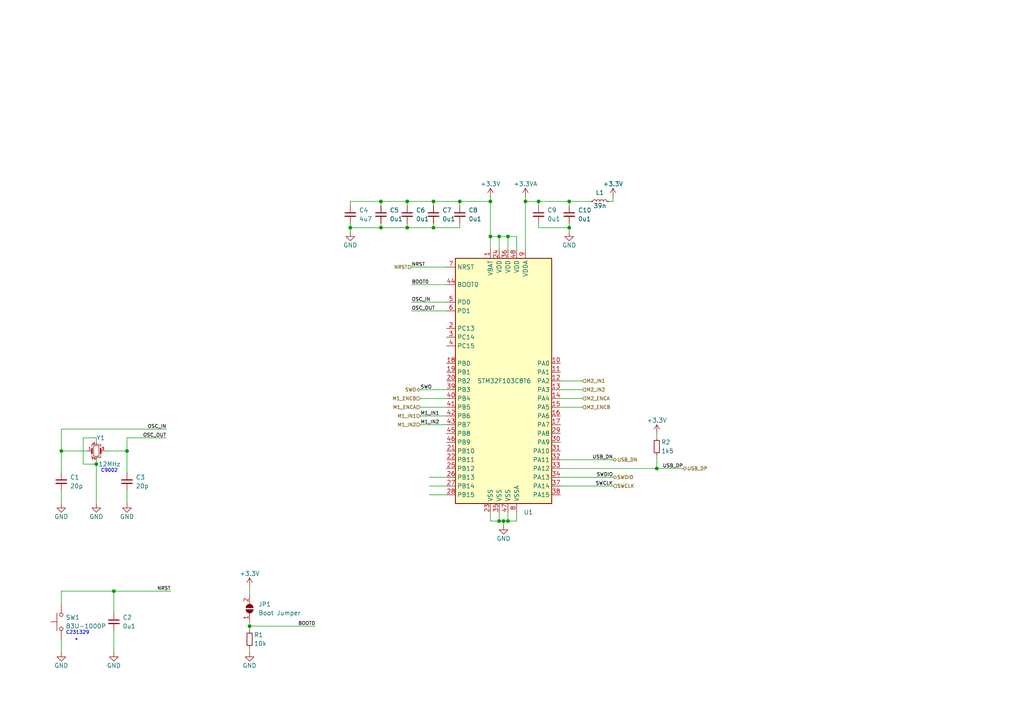
<source format=kicad_sch>
(kicad_sch (version 20211123) (generator eeschema)
  (paper "A4")
  (lib_symbols
    (symbol "Device:C_Small" (pin_numbers hide) (pin_names (offset 0.254) hide)
      (property "Reference" "C" (at 0.254 1.778 0))
      (property "Value" "C_Small" (at 0.254 -2.032 0))
      (symbol "C_Small_0_1"
        (polyline (pts (xy -1.524 -0.508) (xy 1.524 -0.508)) (stroke (width 0.3302)))
        (polyline (pts (xy -1.524 0.508) (xy 1.524 0.508)) (stroke (width 0.3048)))
      )
      (symbol "C_Small_1_1"
        (pin passive line (at 0 2.54 270) (length 2.032) (name "~") (number "1"))
        (pin passive line (at 0 -2.54 90) (length 2.032) (name "~") (number "2"))
      )
    )
    (symbol "Device:Crystal_GND24_Small" (pin_names (offset 1.016) hide)
      (property "Reference" "Y" (at 1.27 4.445 0))
      (property "Value" "Crystal_GND24_Small" (at 1.27 2.54 0))
      (symbol "Crystal_GND24_Small_0_1"
        (rectangle (start -0.762 -1.524) (end 0.762 1.524))
        (polyline (pts (xy -1.27 -0.762) (xy -1.27 0.762)) (stroke (width 0.381)))
        (polyline (pts (xy 1.27 -0.762) (xy 1.27 0.762)) (stroke (width 0.381)))
        (polyline (pts (xy -1.27 -1.27) (xy -1.27 -1.905) (xy 1.27 -1.905) (xy 1.27 -1.27)))
        (polyline (pts (xy -1.27 1.27) (xy -1.27 1.905) (xy 1.27 1.905) (xy 1.27 1.27)))
      )
      (symbol "Crystal_GND24_Small_1_1"
        (pin passive line (at -2.54 0 0) (length 1.27) (name "1") (number "1"))
        (pin passive line (at 0 -2.54 90) (length 0.635) (name "2") (number "2"))
        (pin passive line (at 2.54 0 180) (length 1.27) (name "3") (number "3"))
        (pin passive line (at 0 2.54 270) (length 0.635) (name "4") (number "4"))
      )
    )
    (symbol "Device:L_Small" (pin_numbers hide) (pin_names (offset 0.254) hide)
      (property "Reference" "L" (at 0.762 1.016 0))
      (property "Value" "L_Small" (at 0.762 -1.016 0))
      (symbol "L_Small_0_1"
        (arc (start 0 -2.032) (mid 0.508 -1.524) (end 0 -1.016))
        (arc (start 0 -1.016) (mid 0.508 -0.508) (end 0 0))
        (arc (start 0 0) (mid 0.508 0.508) (end 0 1.016))
        (arc (start 0 1.016) (mid 0.508 1.524) (end 0 2.032))
      )
      (symbol "L_Small_1_1"
        (pin passive line (at 0 2.54 270) (length 0.508) (name "~") (number "1"))
        (pin passive line (at 0 -2.54 90) (length 0.508) (name "~") (number "2"))
      )
    )
    (symbol "Device:R_Small" (pin_numbers hide) (pin_names (offset 0.254) hide)
      (property "Reference" "R" (at 0.762 0.508 0))
      (property "Value" "R_Small" (at 0.762 -1.016 0))
      (symbol "R_Small_0_1"
        (rectangle (start -0.762 1.778) (end 0.762 -1.778) (stroke (width 0.2032)))
      )
      (symbol "R_Small_1_1"
        (pin passive line (at 0 2.54 270) (length 0.762) (name "~") (number "1"))
        (pin passive line (at 0 -2.54 90) (length 0.762) (name "~") (number "2"))
      )
    )
    (symbol "Jumper:SolderJumper_2_Open" (pin_names (offset 0) hide)
      (property "Reference" "JP" (at 0 2.032 0))
      (property "Value" "SolderJumper_2_Open" (at 0 -2.54 0))
      (symbol "SolderJumper_2_Open_0_1"
        (arc (start -0.254 1.016) (mid -1.27 0) (end -0.254 -1.016))
        (arc (start -0.254 1.016) (mid -1.27 0) (end -0.254 -1.016) (fill (type outline)))
        (polyline (pts (xy -0.254 1.016) (xy -0.254 -1.016)))
        (polyline (pts (xy 0.254 1.016) (xy 0.254 -1.016)))
        (arc (start 0.254 -1.016) (mid 1.27 0) (end 0.254 1.016))
        (arc (start 0.254 -1.016) (mid 1.27 0) (end 0.254 1.016) (fill (type outline)))
      )
      (symbol "SolderJumper_2_Open_1_1"
        (pin passive line (at -3.81 0 0) (length 2.54) (name "A") (number "1"))
        (pin passive line (at 3.81 0 180) (length 2.54) (name "B") (number "2"))
      )
    )
    (symbol "MCU_ST_STM32F1:STM32F103C8Tx"
      (property "Reference" "U" (at -15.24 36.83 0))
      (property "Value" "STM32F103C8Tx" (at 7.62 36.83 0))
      (symbol "STM32F103C8Tx_0_1"
        (rectangle (start -15.24 -35.56) (end 12.7 35.56) (stroke (width 0.254)) (fill (type background)))
      )
      (symbol "STM32F103C8Tx_1_1"
        (pin power_in line (at -5.08 38.1 270) (length 2.54) (name "VBAT") (number "1"))
        (pin bidirectional line (at 15.24 5.08 180) (length 2.54) (name "PA0") (number "10"))
        (pin bidirectional line (at 15.24 2.54 180) (length 2.54) (name "PA1") (number "11"))
        (pin bidirectional line (at 15.24 0 180) (length 2.54) (name "PA2") (number "12"))
        (pin bidirectional line (at 15.24 -2.54 180) (length 2.54) (name "PA3") (number "13"))
        (pin bidirectional line (at 15.24 -5.08 180) (length 2.54) (name "PA4") (number "14"))
        (pin bidirectional line (at 15.24 -7.62 180) (length 2.54) (name "PA5") (number "15"))
        (pin bidirectional line (at 15.24 -10.16 180) (length 2.54) (name "PA6") (number "16"))
        (pin bidirectional line (at 15.24 -12.7 180) (length 2.54) (name "PA7") (number "17"))
        (pin bidirectional line (at -17.78 5.08 0) (length 2.54) (name "PB0") (number "18"))
        (pin bidirectional line (at -17.78 2.54 0) (length 2.54) (name "PB1") (number "19"))
        (pin bidirectional line (at -17.78 15.24 0) (length 2.54) (name "PC13") (number "2"))
        (pin bidirectional line (at -17.78 0 0) (length 2.54) (name "PB2") (number "20"))
        (pin bidirectional line (at -17.78 -20.32 0) (length 2.54) (name "PB10") (number "21"))
        (pin bidirectional line (at -17.78 -22.86 0) (length 2.54) (name "PB11") (number "22"))
        (pin power_in line (at -5.08 -38.1 90) (length 2.54) (name "VSS") (number "23"))
        (pin power_in line (at -2.54 38.1 270) (length 2.54) (name "VDD") (number "24"))
        (pin bidirectional line (at -17.78 -25.4 0) (length 2.54) (name "PB12") (number "25"))
        (pin bidirectional line (at -17.78 -27.94 0) (length 2.54) (name "PB13") (number "26"))
        (pin bidirectional line (at -17.78 -30.48 0) (length 2.54) (name "PB14") (number "27"))
        (pin bidirectional line (at -17.78 -33.02 0) (length 2.54) (name "PB15") (number "28"))
        (pin bidirectional line (at 15.24 -15.24 180) (length 2.54) (name "PA8") (number "29"))
        (pin bidirectional line (at -17.78 12.7 0) (length 2.54) (name "PC14") (number "3"))
        (pin bidirectional line (at 15.24 -17.78 180) (length 2.54) (name "PA9") (number "30"))
        (pin bidirectional line (at 15.24 -20.32 180) (length 2.54) (name "PA10") (number "31"))
        (pin bidirectional line (at 15.24 -22.86 180) (length 2.54) (name "PA11") (number "32"))
        (pin bidirectional line (at 15.24 -25.4 180) (length 2.54) (name "PA12") (number "33"))
        (pin bidirectional line (at 15.24 -27.94 180) (length 2.54) (name "PA13") (number "34"))
        (pin power_in line (at -2.54 -38.1 90) (length 2.54) (name "VSS") (number "35"))
        (pin power_in line (at 0 38.1 270) (length 2.54) (name "VDD") (number "36"))
        (pin bidirectional line (at 15.24 -30.48 180) (length 2.54) (name "PA14") (number "37"))
        (pin bidirectional line (at 15.24 -33.02 180) (length 2.54) (name "PA15") (number "38"))
        (pin bidirectional line (at -17.78 -2.54 0) (length 2.54) (name "PB3") (number "39"))
        (pin bidirectional line (at -17.78 10.16 0) (length 2.54) (name "PC15") (number "4"))
        (pin bidirectional line (at -17.78 -5.08 0) (length 2.54) (name "PB4") (number "40"))
        (pin bidirectional line (at -17.78 -7.62 0) (length 2.54) (name "PB5") (number "41"))
        (pin bidirectional line (at -17.78 -10.16 0) (length 2.54) (name "PB6") (number "42"))
        (pin bidirectional line (at -17.78 -12.7 0) (length 2.54) (name "PB7") (number "43"))
        (pin input line (at -17.78 27.94 0) (length 2.54) (name "BOOT0") (number "44"))
        (pin bidirectional line (at -17.78 -15.24 0) (length 2.54) (name "PB8") (number "45"))
        (pin bidirectional line (at -17.78 -17.78 0) (length 2.54) (name "PB9") (number "46"))
        (pin power_in line (at 0 -38.1 90) (length 2.54) (name "VSS") (number "47"))
        (pin power_in line (at 2.54 38.1 270) (length 2.54) (name "VDD") (number "48"))
        (pin input line (at -17.78 22.86 0) (length 2.54) (name "PD0") (number "5"))
        (pin input line (at -17.78 20.32 0) (length 2.54) (name "PD1") (number "6"))
        (pin input line (at -17.78 33.02 0) (length 2.54) (name "NRST") (number "7"))
        (pin power_in line (at 2.54 -38.1 90) (length 2.54) (name "VSSA") (number "8"))
        (pin power_in line (at 5.08 38.1 270) (length 2.54) (name "VDDA") (number "9"))
      )
    )
    (symbol "Switch:SW_Push" (pin_numbers hide) (pin_names (offset 1.016) hide)
      (property "Reference" "SW" (at 1.27 2.54 0))
      (property "Value" "SW_Push" (at 0 -1.524 0))
      (symbol "SW_Push_0_1"
        (circle (center -2.032 0) (radius 0.508))
        (polyline (pts (xy 0 1.27) (xy 0 3.048)))
        (polyline (pts (xy 2.54 1.27) (xy -2.54 1.27)))
        (circle (center 2.032 0) (radius 0.508))
        (pin passive line (at -5.08 0 0) (length 2.54) (name "1") (number "1"))
        (pin passive line (at 5.08 0 180) (length 2.54) (name "2") (number "2"))
      )
    )
    (symbol "power:+3.3V" (power) (pin_names (offset 0))
      (property "Value" "+3.3V" (at 0 3.556 0))
      (symbol "+3.3V_0_1"
        (polyline (pts (xy -0.762 1.27) (xy 0 2.54)))
        (polyline (pts (xy 0 0) (xy 0 2.54)))
        (polyline (pts (xy 0 2.54) (xy 0.762 1.27)))
      )
      (symbol "+3.3V_1_1"
        (pin power_in line (at 0 0 90) (length 0) hide (name "+3.3V") (number "1"))
      )
    )
    (symbol "power:+3.3VA" (power) (pin_names (offset 0))
      (property "Value" "+3.3VA" (at 0 3.556 0))
      (symbol "+3.3VA_0_1"
        (polyline (pts (xy -0.762 1.27) (xy 0 2.54)))
        (polyline (pts (xy 0 0) (xy 0 2.54)))
        (polyline (pts (xy 0 2.54) (xy 0.762 1.27)))
      )
      (symbol "+3.3VA_1_1"
        (pin power_in line (at 0 0 90) (length 0) hide (name "+3.3VA") (number "1"))
      )
    )
    (symbol "power:GND" (power) (pin_names (offset 0))
      (property "Value" "GND" (at 0 -3.81 0))
      (symbol "GND_0_1"
        (polyline (pts (xy 0 0) (xy 0 -1.27) (xy 1.27 -1.27) (xy 0 -2.54) (xy -1.27 -1.27) (xy 0 -1.27)))
      )
      (symbol "GND_1_1"
        (pin power_in line (at 0 0 270) (length 0) hide (name "GND") (number "1"))
      )
    )
  )
  (junction (at 165.1 66.04))
  (junction (at 144.78 151.13))
  (junction (at 147.32 68.58))
  (junction (at 156.21 58.42))
  (junction (at 110.49 58.42))
  (junction (at 110.49 66.04))
  (junction (at 118.11 58.42))
  (junction (at 125.73 66.04))
  (junction (at 142.24 68.58))
  (junction (at 118.11 66.04))
  (junction (at 72.39 181.61))
  (junction (at 142.24 58.42))
  (junction (at 165.1 58.42))
  (junction (at 101.6 66.04))
  (junction (at 133.35 58.42))
  (junction (at 27.94 134.62))
  (junction (at 125.73 58.42))
  (junction (at 33.02 171.45))
  (junction (at 17.78 130.81))
  (junction (at 144.78 68.58))
  (junction (at 152.4 58.42))
  (junction (at 147.32 151.13))
  (junction (at 190.5 135.89))
  (junction (at 146.05 151.13))
  (junction (at 36.83 130.81))
  (wire (pts (xy 133.35 58.42) (xy 142.24 58.42)))
  (wire (pts (xy 162.56 110.49) (xy 168.91 110.49)))
  (wire (pts (xy 162.56 135.89) (xy 190.5 135.89)))
  (wire (pts (xy 152.4 58.42) (xy 152.4 72.39)))
  (wire (pts (xy 125.73 58.42) (xy 118.11 58.42)))
  (wire (pts (xy 101.6 66.04) (xy 110.49 66.04)))
  (wire (pts (xy 156.21 58.42) (xy 165.1 58.42)))
  (wire (pts (xy 119.38 77.47) (xy 129.54 77.47)))
  (wire (pts (xy 165.1 66.04) (xy 165.1 67.31)))
  (wire (pts (xy 118.11 58.42) (xy 118.11 59.69)))
  (wire (pts (xy 124.46 143.51) (xy 129.54 143.51)))
  (wire (pts (xy 118.11 66.04) (xy 118.11 64.77)))
  (wire (pts (xy 27.94 134.62) (xy 27.94 146.05)))
  (wire (pts (xy 147.32 68.58) (xy 147.32 72.39)))
  (wire (pts (xy 162.56 113.03) (xy 168.91 113.03)))
  (wire (pts (xy 133.35 59.69) (xy 133.35 58.42)))
  (wire (pts (xy 142.24 68.58) (xy 142.24 72.39)))
  (wire (pts (xy 17.78 130.81) (xy 17.78 124.46)))
  (wire (pts (xy 110.49 66.04) (xy 110.49 64.77)))
  (wire (pts (xy 72.39 180.34) (xy 72.39 181.61)))
  (wire (pts (xy 133.35 66.04) (xy 133.35 64.77)))
  (wire (pts (xy 147.32 151.13) (xy 149.86 151.13)))
  (wire (pts (xy 30.48 130.81) (xy 36.83 130.81)))
  (wire (pts (xy 33.02 171.45) (xy 49.53 171.45)))
  (wire (pts (xy 152.4 58.42) (xy 156.21 58.42)))
  (wire (pts (xy 121.92 118.11) (xy 129.54 118.11)))
  (wire (pts (xy 36.83 127) (xy 48.26 127)))
  (wire (pts (xy 124.46 140.97) (xy 129.54 140.97)))
  (wire (pts (xy 149.86 72.39) (xy 149.86 68.58)))
  (wire (pts (xy 121.92 120.65) (xy 129.54 120.65)))
  (wire (pts (xy 177.8 57.15) (xy 177.8 58.42)))
  (wire (pts (xy 162.56 138.43) (xy 177.8 138.43)))
  (wire (pts (xy 142.24 58.42) (xy 142.24 68.58)))
  (wire (pts (xy 72.39 187.96) (xy 72.39 189.23)))
  (wire (pts (xy 121.92 115.57) (xy 129.54 115.57)))
  (wire (pts (xy 144.78 151.13) (xy 142.24 151.13)))
  (wire (pts (xy 36.83 127) (xy 36.83 130.81)))
  (wire (pts (xy 133.35 58.42) (xy 125.73 58.42)))
  (wire (pts (xy 17.78 175.26) (xy 17.78 171.45)))
  (wire (pts (xy 144.78 68.58) (xy 144.78 72.39)))
  (wire (pts (xy 147.32 68.58) (xy 144.78 68.58)))
  (wire (pts (xy 125.73 66.04) (xy 125.73 64.77)))
  (wire (pts (xy 144.78 68.58) (xy 142.24 68.58)))
  (wire (pts (xy 33.02 171.45) (xy 33.02 177.8)))
  (wire (pts (xy 156.21 66.04) (xy 165.1 66.04)))
  (wire (pts (xy 190.5 135.89) (xy 198.12 135.89)))
  (wire (pts (xy 101.6 64.77) (xy 101.6 66.04)))
  (wire (pts (xy 156.21 64.77) (xy 156.21 66.04)))
  (wire (pts (xy 119.38 87.63) (xy 129.54 87.63)))
  (wire (pts (xy 27.94 127) (xy 24.13 127)))
  (wire (pts (xy 162.56 140.97) (xy 177.8 140.97)))
  (wire (pts (xy 162.56 133.35) (xy 177.8 133.35)))
  (wire (pts (xy 165.1 64.77) (xy 165.1 66.04)))
  (wire (pts (xy 118.11 58.42) (xy 110.49 58.42)))
  (wire (pts (xy 142.24 148.59) (xy 142.24 151.13)))
  (wire (pts (xy 24.13 127) (xy 24.13 134.62)))
  (wire (pts (xy 17.78 185.42) (xy 17.78 189.23)))
  (wire (pts (xy 156.21 58.42) (xy 156.21 59.69)))
  (wire (pts (xy 165.1 58.42) (xy 165.1 59.69)))
  (wire (pts (xy 101.6 66.04) (xy 101.6 67.31)))
  (wire (pts (xy 124.46 138.43) (xy 129.54 138.43)))
  (wire (pts (xy 121.92 113.03) (xy 129.54 113.03)))
  (wire (pts (xy 72.39 170.18) (xy 72.39 172.72)))
  (wire (pts (xy 142.24 57.15) (xy 142.24 58.42)))
  (wire (pts (xy 190.5 125.73) (xy 190.5 127)))
  (wire (pts (xy 121.92 123.19) (xy 129.54 123.19)))
  (wire (pts (xy 17.78 124.46) (xy 48.26 124.46)))
  (wire (pts (xy 27.94 134.62) (xy 27.94 133.35)))
  (wire (pts (xy 17.78 130.81) (xy 17.78 137.16)))
  (wire (pts (xy 110.49 66.04) (xy 118.11 66.04)))
  (wire (pts (xy 149.86 151.13) (xy 149.86 148.59)))
  (wire (pts (xy 146.05 152.4) (xy 146.05 151.13)))
  (wire (pts (xy 119.38 82.55) (xy 129.54 82.55)))
  (wire (pts (xy 36.83 142.24) (xy 36.83 146.05)))
  (wire (pts (xy 146.05 151.13) (xy 144.78 151.13)))
  (wire (pts (xy 118.11 66.04) (xy 125.73 66.04)))
  (wire (pts (xy 162.56 115.57) (xy 168.91 115.57)))
  (wire (pts (xy 190.5 132.08) (xy 190.5 135.89)))
  (wire (pts (xy 152.4 57.15) (xy 152.4 58.42)))
  (wire (pts (xy 25.4 130.81) (xy 17.78 130.81)))
  (wire (pts (xy 162.56 118.11) (xy 168.91 118.11)))
  (wire (pts (xy 165.1 58.42) (xy 171.45 58.42)))
  (wire (pts (xy 176.53 58.42) (xy 177.8 58.42)))
  (wire (pts (xy 149.86 68.58) (xy 147.32 68.58)))
  (wire (pts (xy 27.94 128.27) (xy 27.94 127)))
  (wire (pts (xy 72.39 181.61) (xy 91.44 181.61)))
  (wire (pts (xy 110.49 58.42) (xy 101.6 58.42)))
  (wire (pts (xy 36.83 130.81) (xy 36.83 137.16)))
  (wire (pts (xy 72.39 181.61) (xy 72.39 182.88)))
  (wire (pts (xy 125.73 58.42) (xy 125.73 59.69)))
  (wire (pts (xy 147.32 151.13) (xy 147.32 148.59)))
  (wire (pts (xy 101.6 58.42) (xy 101.6 59.69)))
  (wire (pts (xy 110.49 58.42) (xy 110.49 59.69)))
  (wire (pts (xy 24.13 134.62) (xy 27.94 134.62)))
  (wire (pts (xy 125.73 66.04) (xy 133.35 66.04)))
  (wire (pts (xy 144.78 148.59) (xy 144.78 151.13)))
  (wire (pts (xy 17.78 142.24) (xy 17.78 146.05)))
  (wire (pts (xy 17.78 171.45) (xy 33.02 171.45)))
  (wire (pts (xy 33.02 182.88) (xy 33.02 189.23)))
  (wire (pts (xy 119.38 90.17) (xy 129.54 90.17)))
  (wire (pts (xy 146.05 151.13) (xy 147.32 151.13)))
  (text "*" (at 21.59 186.69 0) (effects (font (size 1.27 1.27)) (justify left bottom)))
  (text "C9002" (at 29.21 137.16 0) (effects (font (size 1 1)) (justify left bottom)))
  (text "C231329" (at 19.05 184.15 0) (effects (font (size 1 1)) (justify left bottom)))
  (label "M1_IN1" (at 121.92 120.65 0) (effects (font (size 1 1))))
  (label "OSC_IN" (at 48.26 124.46 180) (effects (font (size 1 1))))
  (label "BOOT0" (at 119.38 82.55 0) (effects (font (size 1 1))))
  (label "OSC_OUT" (at 119.38 90.17 0) (effects (font (size 1 1))))
  (label "USB_DP" (at 198.12 135.89 180) (effects (font (size 1 1))))
  (label "SWDIO" (at 177.8 138.43 180) (effects (font (size 1 1))))
  (label "OSC_OUT" (at 48.26 127 180) (effects (font (size 1 1))))
  (label "SWO" (at 121.92 113.03 0) (effects (font (size 1 1))))
  (label "NRST" (at 119.38 77.47 0) (effects (font (size 1 1))))
  (label "BOOT0" (at 91.44 181.61 180) (effects (font (size 1 1))))
  (label "OSC_IN" (at 119.38 87.63 0) (effects (font (size 1 1))))
  (label "SWCLK" (at 177.8 140.97 180) (effects (font (size 1 1))))
  (label "NRST" (at 49.53 171.45 180) (effects (font (size 1 1))))
  (label "USB_DN" (at 177.8 133.35 180) (effects (font (size 1 1))))
  (label "M1_IN2" (at 121.92 123.19 0) (effects (font (size 1 1))))
  (hierarchical_label "M2_ENCB" (shape input) (at 168.91 118.11 0) (effects (font (size 1 1))))
  (hierarchical_label "SWCLK" (shape input) (at 177.8 140.97 0) (effects (font (size 1 1))))
  (hierarchical_label "M1_IN1" (shape input) (at 121.92 120.65 180) (effects (font (size 1 1))))
  (hierarchical_label "NRST" (shape input) (at 119.38 77.47 180) (effects (font (size 1 1))))
  (hierarchical_label "M1_IN2" (shape input) (at 121.92 123.19 180) (effects (font (size 1 1))))
  (hierarchical_label "M1_ENCB" (shape input) (at 121.92 115.57 180) (effects (font (size 1 1))))
  (hierarchical_label "SWDIO" (shape bidirectional) (at 177.8 138.43 0) (effects (font (size 1 1))))
  (hierarchical_label "M2_IN2" (shape input) (at 168.91 113.03 0) (effects (font (size 1 1))))
  (hierarchical_label "USB_DP" (shape bidirectional) (at 198.12 135.89 0) (effects (font (size 1 1))))
  (hierarchical_label "USB_DN" (shape bidirectional) (at 177.8 133.35 0) (effects (font (size 1 1))))
  (hierarchical_label "SWO" (shape bidirectional) (at 121.92 113.03 180) (effects (font (size 1 1))))
  (hierarchical_label "M1_ENCA" (shape input) (at 121.92 118.11 180) (effects (font (size 1 1))))
  (hierarchical_label "M2_ENCA" (shape input) (at 168.91 115.57 0) (effects (font (size 1 1))))
  (hierarchical_label "M2_IN1" (shape input) (at 168.91 110.49 0) (effects (font (size 1 1))))
  (symbol (lib_id "Device:C_Small") (at 36.83 139.7 0) (unit 1)
    (property "Reference" "C3" (at 39.37 138.4362 0) (effects (justify left)))
    (property "Value" "20p" (at 39.37 140.9762 0) (effects (justify left)))
    (property "Footprint" "Capacitor_SMD:C_0402_1005Metric" (effects hide))
  )
  (symbol (lib_id "Device:R_Small") (at 190.5 129.54 0) (unit 1)
    (property "Reference" "R2" (at 191.77 128.27 0) (effects (justify left)))
    (property "Value" "1k5" (at 191.77 130.81 0) (effects (justify left)))
    (property "Footprint" "Resistor_SMD:R_0402_1005Metric" (effects hide))
  )
  (symbol (lib_id "Device:C_Small") (at 125.73 62.23 0) (unit 1)
    (property "Reference" "C7" (at 128.27 60.9662 0) (effects (justify left)))
    (property "Value" "0u1" (at 128.27 63.5062 0) (effects (justify left)))
    (property "Footprint" "Capacitor_SMD:C_0402_1005Metric" (effects hide))
  )
  (symbol (lib_id "power:GND") (at 27.94 146.05 0) (unit 1)
    (property "Reference" "#PWR03" (effects hide))
    (property "Value" "GND" (at 27.94 149.86 0))
  )
  (symbol (lib_id "power:GND") (at 36.83 146.05 0) (unit 1)
    (property "Reference" "#PWR05" (effects hide))
    (property "Value" "GND" (at 36.83 149.86 0))
  )
  (symbol (lib_id "Switch:SW_Push") (at 17.78 180.34 90) (unit 1)
    (property "Reference" "SW1" (at 19.05 179.0699 90) (effects (justify right)))
    (property "Value" "B3U-1000P" (at 19.05 181.6099 90) (effects (justify right)))
    (property "Footprint" "Button_Switch_SMD:SW_SPST_B3U-1000P" (effects hide))
  )
  (symbol (lib_id "power:GND") (at 146.05 152.4 0) (unit 1)
    (property "Reference" "#PWR09" (effects hide))
    (property "Value" "GND" (at 146.05 156.21 0))
  )
  (symbol (lib_id "Device:Crystal_GND24_Small") (at 27.94 130.81 0) (unit 1)
    (property "Reference" "Y1" (at 29.21 127 0))
    (property "Value" "12MHz" (at 31.75 134.62 0))
    (property "Footprint" "Crystal:Crystal_SMD_3225-4Pin_3.2x2.5mm" (effects hide))
  )
  (symbol (lib_id "power:+3.3V") (at 190.5 125.73 0) (unit 1)
    (property "Reference" "#PWR013" (effects hide))
    (property "Value" "+3.3V" (at 190.5 121.92 0))
  )
  (symbol (lib_id "power:+3.3V") (at 72.39 170.18 0) (unit 1)
    (property "Reference" "#PWR06" (effects hide))
    (property "Value" "+3.3V" (at 72.39 166.37 0))
  )
  (symbol (lib_id "Device:C_Small") (at 118.11 62.23 0) (unit 1)
    (property "Reference" "C6" (at 120.65 60.9662 0) (effects (justify left)))
    (property "Value" "0u1" (at 120.65 63.5062 0) (effects (justify left)))
    (property "Footprint" "Capacitor_SMD:C_0402_1005Metric" (effects hide))
  )
  (symbol (lib_id "Device:C_Small") (at 133.35 62.23 0) (unit 1)
    (property "Reference" "C8" (at 135.89 60.9662 0) (effects (justify left)))
    (property "Value" "0u1" (at 135.89 63.5062 0) (effects (justify left)))
    (property "Footprint" "Capacitor_SMD:C_0402_1005Metric" (effects hide))
  )
  (symbol (lib_id "Device:L_Small") (at 173.99 58.42 90) (unit 1)
    (property "Reference" "L1" (at 173.99 55.88 90))
    (property "Value" "39n" (at 173.99 59.69 90))
    (property "Footprint" "Inductor_SMD:L_0603_1608Metric" (effects hide))
  )
  (symbol (lib_id "power:+3.3V") (at 177.8 57.15 0) (unit 1)
    (property "Reference" "#PWR012" (effects hide))
    (property "Value" "+3.3V" (at 177.8 53.34 0))
  )
  (symbol (lib_id "power:+3.3V") (at 142.24 57.15 0) (unit 1)
    (property "Reference" "#PWR08" (effects hide))
    (property "Value" "+3.3V" (at 142.24 53.34 0))
  )
  (symbol (lib_id "power:GND") (at 101.6 67.31 0) (unit 1)
    (property "Reference" "#PWR07" (effects hide))
    (property "Value" "GND" (at 101.6 71.12 0))
  )
  (symbol (lib_id "MCU_ST_STM32F1:STM32F103C8Tx") (at 147.32 110.49 0) (unit 1)
    (property "Reference" "U1" (at 151.8794 148.59 0) (effects (justify left)))
    (property "Value" "STM32F103C8T6" (at 138.43 110.49 0) (effects (justify left)))
    (property "Footprint" "Package_QFP:LQFP-48_7x7mm_P0.5mm" (effects hide))
    (property "Datasheet" "http://www.st.com/st-web-ui/static/active/en/resource/technical/document/datasheet/CD00161566.pdf" (effects hide))
  )
  (symbol (lib_id "Device:C_Small") (at 110.49 62.23 0) (unit 1)
    (property "Reference" "C5" (at 113.03 60.9662 0) (effects (justify left)))
    (property "Value" "0u1" (at 113.03 63.5062 0) (effects (justify left)))
    (property "Footprint" "Capacitor_SMD:C_0402_1005Metric" (effects hide))
  )
  (symbol (lib_id "Device:C_Small") (at 165.1 62.23 0) (unit 1)
    (property "Reference" "C10" (at 167.64 60.9662 0) (effects (justify left)))
    (property "Value" "0u1" (at 167.64 63.5062 0) (effects (justify left)))
    (property "Footprint" "Capacitor_SMD:C_0402_1005Metric" (effects hide))
  )
  (symbol (lib_id "Jumper:SolderJumper_2_Open") (at 72.39 176.53 90) (unit 1)
    (property "Reference" "JP1" (at 74.93 175.2599 90) (effects (justify right)))
    (property "Value" "Boot Jumper" (at 74.93 177.7999 90) (effects (justify right)))
    (property "Footprint" "Jumper:SolderJumper-2_P1.3mm_Open_Pad1.0x1.5mm" (effects hide))
  )
  (symbol (lib_id "power:GND") (at 17.78 146.05 0) (unit 1)
    (property "Reference" "#PWR01" (effects hide))
    (property "Value" "GND" (at 17.78 149.86 0))
  )
  (symbol (lib_id "Device:C_Small") (at 101.6 62.23 0) (unit 1)
    (property "Reference" "C4" (at 104.14 60.9662 0) (effects (justify left)))
    (property "Value" "4u7" (at 104.14 63.5062 0) (effects (justify left)))
    (property "Footprint" "Capacitor_SMD:C_0603_1608Metric" (effects hide))
  )
  (symbol (lib_id "Device:R_Small") (at 72.39 185.42 0) (unit 1)
    (property "Reference" "R1" (at 73.66 184.15 0) (effects (justify left)))
    (property "Value" "10k" (at 73.66 186.69 0) (effects (justify left)))
    (property "Footprint" "Resistor_SMD:R_0402_1005Metric" (effects hide))
  )
  (symbol (lib_id "power:+3.3VA") (at 152.4 57.15 0) (unit 1)
    (property "Reference" "#PWR010" (effects hide))
    (property "Value" "+3.3VA" (at 152.4 53.34 0))
  )
  (symbol (lib_id "power:GND") (at 165.1 67.31 0) (unit 1)
    (property "Reference" "#PWR011" (effects hide))
    (property "Value" "GND" (at 165.1 71.12 0))
  )
  (symbol (lib_id "Device:C_Small") (at 156.21 62.23 0) (unit 1)
    (property "Reference" "C9" (at 158.75 60.9662 0) (effects (justify left)))
    (property "Value" "0u1" (at 158.75 63.5062 0) (effects (justify left)))
    (property "Footprint" "Capacitor_SMD:C_0402_1005Metric" (effects hide))
  )
  (symbol (lib_id "power:GND") (at 72.39 189.23 0) (unit 1)
    (property "Reference" "#PWR020" (effects hide))
    (property "Value" "GND" (at 72.39 193.04 0))
  )
  (symbol (lib_id "power:GND") (at 17.78 189.23 0) (unit 1)
    (property "Reference" "#PWR02" (effects hide))
    (property "Value" "GND" (at 17.78 193.04 0))
  )
  (symbol (lib_id "Device:C_Small") (at 33.02 180.34 0) (unit 1)
    (property "Reference" "C2" (at 35.56 179.0762 0) (effects (justify left)))
    (property "Value" "0u1" (at 35.56 181.6162 0) (effects (justify left)))
    (property "Footprint" "Capacitor_SMD:C_0402_1005Metric" (effects hide))
  )
  (symbol (lib_id "Device:C_Small") (at 17.78 139.7 0) (unit 1)
    (property "Reference" "C1" (at 20.32 138.4362 0) (effects (justify left)))
    (property "Value" "20p" (at 20.32 140.9762 0) (effects (justify left)))
    (property "Footprint" "Capacitor_SMD:C_0402_1005Metric" (effects hide))
  )
  (symbol (lib_id "power:GND") (at 33.02 189.23 0) (unit 1)
    (property "Reference" "#PWR04" (effects hide))
    (property "Value" "GND" (at 33.02 193.04 0))
  )
)
</source>
